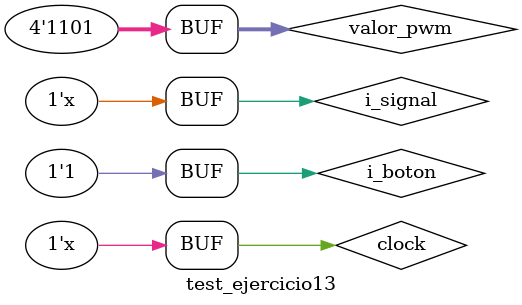
<source format=v>
`timescale 1ns / 1ps


module test_ejercicio13;

	// Inputs
	reg i_signal;
	reg i_boton;
	reg [3:0] valor_pwm;
	reg clock;

	// Outputs
	wire o_pwm;

	// Instantiate the Unit Under Test (UUT)
	ejercicio_13 uut (
		.i_signal(i_signal), 
		.i_boton(i_boton), 
		.valor_pwm(valor_pwm), 
		.o_pwm(o_pwm), 
		.clock(clock)
	);

	initial begin
		// Initialize Inputs
		i_signal = 0;
		i_boton = 0;
		valor_pwm = 13;
		clock = 0;

		// Wait 100 ns for global reset to finish
		#100;
		
		i_boton = 1;
			
		#100;
        
		// Add stimulus here

	end
	
	always #1
	clock = ~clock;
		
	always #80
	i_signal = ~i_signal;
      
endmodule


</source>
